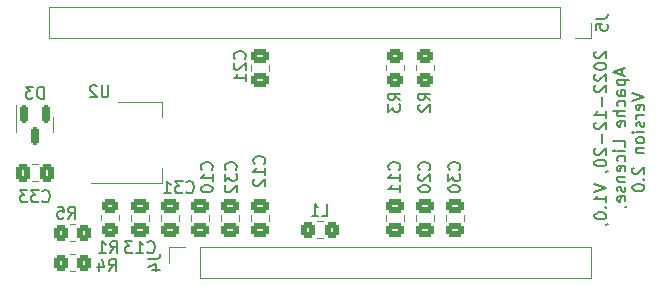
<source format=gbo>
G04 #@! TF.GenerationSoftware,KiCad,Pcbnew,(6.0.9)*
G04 #@! TF.CreationDate,2022-11-19T12:24:37+01:00*
G04 #@! TF.ProjectId,SAMD21 breakout,53414d44-3231-4206-9272-65616b6f7574,rev?*
G04 #@! TF.SameCoordinates,Original*
G04 #@! TF.FileFunction,Legend,Bot*
G04 #@! TF.FilePolarity,Positive*
%FSLAX46Y46*%
G04 Gerber Fmt 4.6, Leading zero omitted, Abs format (unit mm)*
G04 Created by KiCad (PCBNEW (6.0.9)) date 2022-11-19 12:24:37*
%MOMM*%
%LPD*%
G01*
G04 APERTURE LIST*
G04 Aperture macros list*
%AMRoundRect*
0 Rectangle with rounded corners*
0 $1 Rounding radius*
0 $2 $3 $4 $5 $6 $7 $8 $9 X,Y pos of 4 corners*
0 Add a 4 corners polygon primitive as box body*
4,1,4,$2,$3,$4,$5,$6,$7,$8,$9,$2,$3,0*
0 Add four circle primitives for the rounded corners*
1,1,$1+$1,$2,$3*
1,1,$1+$1,$4,$5*
1,1,$1+$1,$6,$7*
1,1,$1+$1,$8,$9*
0 Add four rect primitives between the rounded corners*
20,1,$1+$1,$2,$3,$4,$5,0*
20,1,$1+$1,$4,$5,$6,$7,0*
20,1,$1+$1,$6,$7,$8,$9,0*
20,1,$1+$1,$8,$9,$2,$3,0*%
G04 Aperture macros list end*
%ADD10C,0.150000*%
%ADD11C,0.120000*%
%ADD12R,2.000000X3.800000*%
%ADD13R,2.000000X1.500000*%
%ADD14R,1.700000X1.700000*%
%ADD15O,1.700000X1.700000*%
%ADD16C,1.000000*%
%ADD17C,2.200000*%
%ADD18O,1.550000X0.890000*%
%ADD19O,0.950000X1.250000*%
%ADD20RoundRect,0.250000X-0.475000X0.337500X-0.475000X-0.337500X0.475000X-0.337500X0.475000X0.337500X0*%
%ADD21RoundRect,0.150000X-0.150000X0.587500X-0.150000X-0.587500X0.150000X-0.587500X0.150000X0.587500X0*%
%ADD22RoundRect,0.250000X0.350000X0.450000X-0.350000X0.450000X-0.350000X-0.450000X0.350000X-0.450000X0*%
%ADD23RoundRect,0.250000X0.337500X0.475000X-0.337500X0.475000X-0.337500X-0.475000X0.337500X-0.475000X0*%
%ADD24RoundRect,0.250000X-0.325000X-0.450000X0.325000X-0.450000X0.325000X0.450000X-0.325000X0.450000X0*%
%ADD25RoundRect,0.250000X-0.450000X0.350000X-0.450000X-0.350000X0.450000X-0.350000X0.450000X0.350000X0*%
%ADD26RoundRect,0.250000X0.450000X-0.350000X0.450000X0.350000X-0.450000X0.350000X-0.450000X-0.350000X0*%
%ADD27RoundRect,0.250000X0.475000X-0.337500X0.475000X0.337500X-0.475000X0.337500X-0.475000X-0.337500X0*%
G04 APERTURE END LIST*
D10*
X34767619Y17874285D02*
X34720000Y17826666D01*
X34672380Y17731428D01*
X34672380Y17493333D01*
X34720000Y17398095D01*
X34767619Y17350476D01*
X34862857Y17302857D01*
X34958095Y17302857D01*
X35100952Y17350476D01*
X35672380Y17921904D01*
X35672380Y17302857D01*
X34672380Y16683809D02*
X34672380Y16588571D01*
X34720000Y16493333D01*
X34767619Y16445714D01*
X34862857Y16398095D01*
X35053333Y16350476D01*
X35291428Y16350476D01*
X35481904Y16398095D01*
X35577142Y16445714D01*
X35624761Y16493333D01*
X35672380Y16588571D01*
X35672380Y16683809D01*
X35624761Y16779047D01*
X35577142Y16826666D01*
X35481904Y16874285D01*
X35291428Y16921904D01*
X35053333Y16921904D01*
X34862857Y16874285D01*
X34767619Y16826666D01*
X34720000Y16779047D01*
X34672380Y16683809D01*
X34767619Y15969523D02*
X34720000Y15921904D01*
X34672380Y15826666D01*
X34672380Y15588571D01*
X34720000Y15493333D01*
X34767619Y15445714D01*
X34862857Y15398095D01*
X34958095Y15398095D01*
X35100952Y15445714D01*
X35672380Y16017142D01*
X35672380Y15398095D01*
X34767619Y15017142D02*
X34720000Y14969523D01*
X34672380Y14874285D01*
X34672380Y14636190D01*
X34720000Y14540952D01*
X34767619Y14493333D01*
X34862857Y14445714D01*
X34958095Y14445714D01*
X35100952Y14493333D01*
X35672380Y15064761D01*
X35672380Y14445714D01*
X35291428Y14017142D02*
X35291428Y13255238D01*
X35672380Y12255238D02*
X35672380Y12826666D01*
X35672380Y12540952D02*
X34672380Y12540952D01*
X34815238Y12636190D01*
X34910476Y12731428D01*
X34958095Y12826666D01*
X34767619Y11874285D02*
X34720000Y11826666D01*
X34672380Y11731428D01*
X34672380Y11493333D01*
X34720000Y11398095D01*
X34767619Y11350476D01*
X34862857Y11302857D01*
X34958095Y11302857D01*
X35100952Y11350476D01*
X35672380Y11921904D01*
X35672380Y11302857D01*
X35291428Y10874285D02*
X35291428Y10112380D01*
X34767619Y9683809D02*
X34720000Y9636190D01*
X34672380Y9540952D01*
X34672380Y9302857D01*
X34720000Y9207619D01*
X34767619Y9160000D01*
X34862857Y9112380D01*
X34958095Y9112380D01*
X35100952Y9160000D01*
X35672380Y9731428D01*
X35672380Y9112380D01*
X34672380Y8493333D02*
X34672380Y8398095D01*
X34720000Y8302857D01*
X34767619Y8255238D01*
X34862857Y8207619D01*
X35053333Y8160000D01*
X35291428Y8160000D01*
X35481904Y8207619D01*
X35577142Y8255238D01*
X35624761Y8302857D01*
X35672380Y8398095D01*
X35672380Y8493333D01*
X35624761Y8588571D01*
X35577142Y8636190D01*
X35481904Y8683809D01*
X35291428Y8731428D01*
X35053333Y8731428D01*
X34862857Y8683809D01*
X34767619Y8636190D01*
X34720000Y8588571D01*
X34672380Y8493333D01*
X35624761Y7683809D02*
X35672380Y7683809D01*
X35767619Y7731428D01*
X35815238Y7779047D01*
X34672380Y6636190D02*
X35672380Y6302857D01*
X34672380Y5969523D01*
X35672380Y5112380D02*
X35672380Y5683809D01*
X35672380Y5398095D02*
X34672380Y5398095D01*
X34815238Y5493333D01*
X34910476Y5588571D01*
X34958095Y5683809D01*
X35577142Y4683809D02*
X35624761Y4636190D01*
X35672380Y4683809D01*
X35624761Y4731428D01*
X35577142Y4683809D01*
X35672380Y4683809D01*
X34672380Y4017142D02*
X34672380Y3921904D01*
X34720000Y3826666D01*
X34767619Y3779047D01*
X34862857Y3731428D01*
X35053333Y3683809D01*
X35291428Y3683809D01*
X35481904Y3731428D01*
X35577142Y3779047D01*
X35624761Y3826666D01*
X35672380Y3921904D01*
X35672380Y4017142D01*
X35624761Y4112380D01*
X35577142Y4160000D01*
X35481904Y4207619D01*
X35291428Y4255238D01*
X35053333Y4255238D01*
X34862857Y4207619D01*
X34767619Y4160000D01*
X34720000Y4112380D01*
X34672380Y4017142D01*
X35624761Y3207619D02*
X35672380Y3207619D01*
X35767619Y3255238D01*
X35815238Y3302857D01*
X36996666Y16398095D02*
X36996666Y15921904D01*
X37282380Y16493333D02*
X36282380Y16160000D01*
X37282380Y15826666D01*
X36615714Y15493333D02*
X37615714Y15493333D01*
X36663333Y15493333D02*
X36615714Y15398095D01*
X36615714Y15207619D01*
X36663333Y15112380D01*
X36710952Y15064761D01*
X36806190Y15017142D01*
X37091904Y15017142D01*
X37187142Y15064761D01*
X37234761Y15112380D01*
X37282380Y15207619D01*
X37282380Y15398095D01*
X37234761Y15493333D01*
X37282380Y14160000D02*
X36758571Y14160000D01*
X36663333Y14207619D01*
X36615714Y14302857D01*
X36615714Y14493333D01*
X36663333Y14588571D01*
X37234761Y14160000D02*
X37282380Y14255238D01*
X37282380Y14493333D01*
X37234761Y14588571D01*
X37139523Y14636190D01*
X37044285Y14636190D01*
X36949047Y14588571D01*
X36901428Y14493333D01*
X36901428Y14255238D01*
X36853809Y14160000D01*
X37234761Y13255238D02*
X37282380Y13350476D01*
X37282380Y13540952D01*
X37234761Y13636190D01*
X37187142Y13683809D01*
X37091904Y13731428D01*
X36806190Y13731428D01*
X36710952Y13683809D01*
X36663333Y13636190D01*
X36615714Y13540952D01*
X36615714Y13350476D01*
X36663333Y13255238D01*
X37282380Y12826666D02*
X36282380Y12826666D01*
X37282380Y12398095D02*
X36758571Y12398095D01*
X36663333Y12445714D01*
X36615714Y12540952D01*
X36615714Y12683809D01*
X36663333Y12779047D01*
X36710952Y12826666D01*
X37234761Y11540952D02*
X37282380Y11636190D01*
X37282380Y11826666D01*
X37234761Y11921904D01*
X37139523Y11969523D01*
X36758571Y11969523D01*
X36663333Y11921904D01*
X36615714Y11826666D01*
X36615714Y11636190D01*
X36663333Y11540952D01*
X36758571Y11493333D01*
X36853809Y11493333D01*
X36949047Y11969523D01*
X37282380Y9826666D02*
X37282380Y10302857D01*
X36282380Y10302857D01*
X37282380Y9493333D02*
X36615714Y9493333D01*
X36282380Y9493333D02*
X36330000Y9540952D01*
X36377619Y9493333D01*
X36330000Y9445714D01*
X36282380Y9493333D01*
X36377619Y9493333D01*
X37234761Y8588571D02*
X37282380Y8683809D01*
X37282380Y8874285D01*
X37234761Y8969523D01*
X37187142Y9017142D01*
X37091904Y9064761D01*
X36806190Y9064761D01*
X36710952Y9017142D01*
X36663333Y8969523D01*
X36615714Y8874285D01*
X36615714Y8683809D01*
X36663333Y8588571D01*
X37234761Y7779047D02*
X37282380Y7874285D01*
X37282380Y8064761D01*
X37234761Y8160000D01*
X37139523Y8207619D01*
X36758571Y8207619D01*
X36663333Y8160000D01*
X36615714Y8064761D01*
X36615714Y7874285D01*
X36663333Y7779047D01*
X36758571Y7731428D01*
X36853809Y7731428D01*
X36949047Y8207619D01*
X36615714Y7302857D02*
X37282380Y7302857D01*
X36710952Y7302857D02*
X36663333Y7255238D01*
X36615714Y7160000D01*
X36615714Y7017142D01*
X36663333Y6921904D01*
X36758571Y6874285D01*
X37282380Y6874285D01*
X37234761Y6445714D02*
X37282380Y6350476D01*
X37282380Y6160000D01*
X37234761Y6064761D01*
X37139523Y6017142D01*
X37091904Y6017142D01*
X36996666Y6064761D01*
X36949047Y6160000D01*
X36949047Y6302857D01*
X36901428Y6398095D01*
X36806190Y6445714D01*
X36758571Y6445714D01*
X36663333Y6398095D01*
X36615714Y6302857D01*
X36615714Y6160000D01*
X36663333Y6064761D01*
X37234761Y5207619D02*
X37282380Y5302857D01*
X37282380Y5493333D01*
X37234761Y5588571D01*
X37139523Y5636190D01*
X36758571Y5636190D01*
X36663333Y5588571D01*
X36615714Y5493333D01*
X36615714Y5302857D01*
X36663333Y5207619D01*
X36758571Y5160000D01*
X36853809Y5160000D01*
X36949047Y5636190D01*
X37234761Y4683809D02*
X37282380Y4683809D01*
X37377619Y4731428D01*
X37425238Y4779047D01*
X37892380Y14350476D02*
X38892380Y14017142D01*
X37892380Y13683809D01*
X38844761Y12969523D02*
X38892380Y13064761D01*
X38892380Y13255238D01*
X38844761Y13350476D01*
X38749523Y13398095D01*
X38368571Y13398095D01*
X38273333Y13350476D01*
X38225714Y13255238D01*
X38225714Y13064761D01*
X38273333Y12969523D01*
X38368571Y12921904D01*
X38463809Y12921904D01*
X38559047Y13398095D01*
X38892380Y12493333D02*
X38225714Y12493333D01*
X38416190Y12493333D02*
X38320952Y12445714D01*
X38273333Y12398095D01*
X38225714Y12302857D01*
X38225714Y12207619D01*
X38844761Y11921904D02*
X38892380Y11826666D01*
X38892380Y11636190D01*
X38844761Y11540952D01*
X38749523Y11493333D01*
X38701904Y11493333D01*
X38606666Y11540952D01*
X38559047Y11636190D01*
X38559047Y11779047D01*
X38511428Y11874285D01*
X38416190Y11921904D01*
X38368571Y11921904D01*
X38273333Y11874285D01*
X38225714Y11779047D01*
X38225714Y11636190D01*
X38273333Y11540952D01*
X38892380Y11064761D02*
X38225714Y11064761D01*
X37892380Y11064761D02*
X37940000Y11112380D01*
X37987619Y11064761D01*
X37940000Y11017142D01*
X37892380Y11064761D01*
X37987619Y11064761D01*
X38892380Y10445714D02*
X38844761Y10540952D01*
X38797142Y10588571D01*
X38701904Y10636190D01*
X38416190Y10636190D01*
X38320952Y10588571D01*
X38273333Y10540952D01*
X38225714Y10445714D01*
X38225714Y10302857D01*
X38273333Y10207619D01*
X38320952Y10160000D01*
X38416190Y10112380D01*
X38701904Y10112380D01*
X38797142Y10160000D01*
X38844761Y10207619D01*
X38892380Y10302857D01*
X38892380Y10445714D01*
X38225714Y9683809D02*
X38892380Y9683809D01*
X38320952Y9683809D02*
X38273333Y9636190D01*
X38225714Y9540952D01*
X38225714Y9398095D01*
X38273333Y9302857D01*
X38368571Y9255238D01*
X38892380Y9255238D01*
X37987619Y8064761D02*
X37940000Y8017142D01*
X37892380Y7921904D01*
X37892380Y7683809D01*
X37940000Y7588571D01*
X37987619Y7540952D01*
X38082857Y7493333D01*
X38178095Y7493333D01*
X38320952Y7540952D01*
X38892380Y8112380D01*
X38892380Y7493333D01*
X38797142Y7064761D02*
X38844761Y7017142D01*
X38892380Y7064761D01*
X38844761Y7112380D01*
X38797142Y7064761D01*
X38892380Y7064761D01*
X37892380Y6398095D02*
X37892380Y6302857D01*
X37940000Y6207619D01*
X37987619Y6160000D01*
X38082857Y6112380D01*
X38273333Y6064761D01*
X38511428Y6064761D01*
X38701904Y6112380D01*
X38797142Y6160000D01*
X38844761Y6207619D01*
X38892380Y6302857D01*
X38892380Y6398095D01*
X38844761Y6493333D01*
X38797142Y6540952D01*
X38701904Y6588571D01*
X38511428Y6636190D01*
X38273333Y6636190D01*
X38082857Y6588571D01*
X37987619Y6540952D01*
X37940000Y6493333D01*
X37892380Y6398095D01*
X-6477095Y15025619D02*
X-6477095Y14216095D01*
X-6524714Y14120857D01*
X-6572333Y14073238D01*
X-6667571Y14025619D01*
X-6858047Y14025619D01*
X-6953285Y14073238D01*
X-7000904Y14120857D01*
X-7048523Y14216095D01*
X-7048523Y15025619D01*
X-7477095Y14930380D02*
X-7524714Y14978000D01*
X-7619952Y15025619D01*
X-7858047Y15025619D01*
X-7953285Y14978000D01*
X-8000904Y14930380D01*
X-8048523Y14835142D01*
X-8048523Y14739904D01*
X-8000904Y14597047D01*
X-7429476Y14025619D01*
X-8048523Y14025619D01*
X23217142Y7881857D02*
X23264761Y7929476D01*
X23312380Y8072333D01*
X23312380Y8167571D01*
X23264761Y8310428D01*
X23169523Y8405666D01*
X23074285Y8453285D01*
X22883809Y8500904D01*
X22740952Y8500904D01*
X22550476Y8453285D01*
X22455238Y8405666D01*
X22360000Y8310428D01*
X22312380Y8167571D01*
X22312380Y8072333D01*
X22360000Y7929476D01*
X22407619Y7881857D01*
X22312380Y7548523D02*
X22312380Y6929476D01*
X22693333Y7262809D01*
X22693333Y7119952D01*
X22740952Y7024714D01*
X22788571Y6977095D01*
X22883809Y6929476D01*
X23121904Y6929476D01*
X23217142Y6977095D01*
X23264761Y7024714D01*
X23312380Y7119952D01*
X23312380Y7405666D01*
X23264761Y7500904D01*
X23217142Y7548523D01*
X22312380Y6310428D02*
X22312380Y6215190D01*
X22360000Y6119952D01*
X22407619Y6072333D01*
X22502857Y6024714D01*
X22693333Y5977095D01*
X22931428Y5977095D01*
X23121904Y6024714D01*
X23217142Y6072333D01*
X23264761Y6119952D01*
X23312380Y6215190D01*
X23312380Y6310428D01*
X23264761Y6405666D01*
X23217142Y6453285D01*
X23121904Y6500904D01*
X22931428Y6548523D01*
X22693333Y6548523D01*
X22502857Y6500904D01*
X22407619Y6453285D01*
X22360000Y6405666D01*
X22312380Y6310428D01*
X-11961904Y13898619D02*
X-11961904Y14898619D01*
X-12200000Y14898619D01*
X-12342857Y14851000D01*
X-12438095Y14755761D01*
X-12485714Y14660523D01*
X-12533333Y14470047D01*
X-12533333Y14327190D01*
X-12485714Y14136714D01*
X-12438095Y14041476D01*
X-12342857Y13946238D01*
X-12200000Y13898619D01*
X-11961904Y13898619D01*
X-12866666Y14898619D02*
X-13485714Y14898619D01*
X-13152380Y14517666D01*
X-13295238Y14517666D01*
X-13390476Y14470047D01*
X-13438095Y14422428D01*
X-13485714Y14327190D01*
X-13485714Y14089095D01*
X-13438095Y13993857D01*
X-13390476Y13946238D01*
X-13295238Y13898619D01*
X-13009523Y13898619D01*
X-12914285Y13946238D01*
X-12866666Y13993857D01*
X4294142Y7881857D02*
X4341761Y7929476D01*
X4389380Y8072333D01*
X4389380Y8167571D01*
X4341761Y8310428D01*
X4246523Y8405666D01*
X4151285Y8453285D01*
X3960809Y8500904D01*
X3817952Y8500904D01*
X3627476Y8453285D01*
X3532238Y8405666D01*
X3437000Y8310428D01*
X3389380Y8167571D01*
X3389380Y8072333D01*
X3437000Y7929476D01*
X3484619Y7881857D01*
X3389380Y7548523D02*
X3389380Y6929476D01*
X3770333Y7262809D01*
X3770333Y7119952D01*
X3817952Y7024714D01*
X3865571Y6977095D01*
X3960809Y6929476D01*
X4198904Y6929476D01*
X4294142Y6977095D01*
X4341761Y7024714D01*
X4389380Y7119952D01*
X4389380Y7405666D01*
X4341761Y7500904D01*
X4294142Y7548523D01*
X3484619Y6548523D02*
X3437000Y6500904D01*
X3389380Y6405666D01*
X3389380Y6167571D01*
X3437000Y6072333D01*
X3484619Y6024714D01*
X3579857Y5977095D01*
X3675095Y5977095D01*
X3817952Y6024714D01*
X4389380Y6596142D01*
X4389380Y5977095D01*
X18137142Y7881857D02*
X18184761Y7929476D01*
X18232380Y8072333D01*
X18232380Y8167571D01*
X18184761Y8310428D01*
X18089523Y8405666D01*
X17994285Y8453285D01*
X17803809Y8500904D01*
X17660952Y8500904D01*
X17470476Y8453285D01*
X17375238Y8405666D01*
X17280000Y8310428D01*
X17232380Y8167571D01*
X17232380Y8072333D01*
X17280000Y7929476D01*
X17327619Y7881857D01*
X18232380Y6929476D02*
X18232380Y7500904D01*
X18232380Y7215190D02*
X17232380Y7215190D01*
X17375238Y7310428D01*
X17470476Y7405666D01*
X17518095Y7500904D01*
X18232380Y5977095D02*
X18232380Y6548523D01*
X18232380Y6262809D02*
X17232380Y6262809D01*
X17375238Y6358047D01*
X17470476Y6453285D01*
X17518095Y6548523D01*
X6707142Y8389857D02*
X6754761Y8437476D01*
X6802380Y8580333D01*
X6802380Y8675571D01*
X6754761Y8818428D01*
X6659523Y8913666D01*
X6564285Y8961285D01*
X6373809Y9008904D01*
X6230952Y9008904D01*
X6040476Y8961285D01*
X5945238Y8913666D01*
X5850000Y8818428D01*
X5802380Y8675571D01*
X5802380Y8580333D01*
X5850000Y8437476D01*
X5897619Y8389857D01*
X6802380Y7437476D02*
X6802380Y8008904D01*
X6802380Y7723190D02*
X5802380Y7723190D01*
X5945238Y7818428D01*
X6040476Y7913666D01*
X6088095Y8008904D01*
X5897619Y7056523D02*
X5850000Y7008904D01*
X5802380Y6913666D01*
X5802380Y6675571D01*
X5850000Y6580333D01*
X5897619Y6532714D01*
X5992857Y6485095D01*
X6088095Y6485095D01*
X6230952Y6532714D01*
X6802380Y7104142D01*
X6802380Y6485095D01*
X20677142Y7881857D02*
X20724761Y7929476D01*
X20772380Y8072333D01*
X20772380Y8167571D01*
X20724761Y8310428D01*
X20629523Y8405666D01*
X20534285Y8453285D01*
X20343809Y8500904D01*
X20200952Y8500904D01*
X20010476Y8453285D01*
X19915238Y8405666D01*
X19820000Y8310428D01*
X19772380Y8167571D01*
X19772380Y8072333D01*
X19820000Y7929476D01*
X19867619Y7881857D01*
X19867619Y7500904D02*
X19820000Y7453285D01*
X19772380Y7358047D01*
X19772380Y7119952D01*
X19820000Y7024714D01*
X19867619Y6977095D01*
X19962857Y6929476D01*
X20058095Y6929476D01*
X20200952Y6977095D01*
X20772380Y7548523D01*
X20772380Y6929476D01*
X19772380Y6310428D02*
X19772380Y6215190D01*
X19820000Y6119952D01*
X19867619Y6072333D01*
X19962857Y6024714D01*
X20153333Y5977095D01*
X20391428Y5977095D01*
X20581904Y6024714D01*
X20677142Y6072333D01*
X20724761Y6119952D01*
X20772380Y6215190D01*
X20772380Y6310428D01*
X20724761Y6405666D01*
X20677142Y6453285D01*
X20581904Y6500904D01*
X20391428Y6548523D01*
X20153333Y6548523D01*
X19962857Y6500904D01*
X19867619Y6453285D01*
X19820000Y6405666D01*
X19772380Y6310428D01*
X-9866333Y3738619D02*
X-9533000Y4214809D01*
X-9294904Y3738619D02*
X-9294904Y4738619D01*
X-9675857Y4738619D01*
X-9771095Y4691000D01*
X-9818714Y4643380D01*
X-9866333Y4548142D01*
X-9866333Y4405285D01*
X-9818714Y4310047D01*
X-9771095Y4262428D01*
X-9675857Y4214809D01*
X-9294904Y4214809D01*
X-10771095Y4738619D02*
X-10294904Y4738619D01*
X-10247285Y4262428D01*
X-10294904Y4310047D01*
X-10390142Y4357666D01*
X-10628238Y4357666D01*
X-10723476Y4310047D01*
X-10771095Y4262428D01*
X-10818714Y4167190D01*
X-10818714Y3929095D01*
X-10771095Y3833857D01*
X-10723476Y3786238D01*
X-10628238Y3738619D01*
X-10390142Y3738619D01*
X-10294904Y3786238D01*
X-10247285Y3833857D01*
X2262142Y7881857D02*
X2309761Y7929476D01*
X2357380Y8072333D01*
X2357380Y8167571D01*
X2309761Y8310428D01*
X2214523Y8405666D01*
X2119285Y8453285D01*
X1928809Y8500904D01*
X1785952Y8500904D01*
X1595476Y8453285D01*
X1500238Y8405666D01*
X1405000Y8310428D01*
X1357380Y8167571D01*
X1357380Y8072333D01*
X1405000Y7929476D01*
X1452619Y7881857D01*
X2357380Y6929476D02*
X2357380Y7500904D01*
X2357380Y7215190D02*
X1357380Y7215190D01*
X1500238Y7310428D01*
X1595476Y7405666D01*
X1643095Y7500904D01*
X1357380Y6310428D02*
X1357380Y6215190D01*
X1405000Y6119952D01*
X1452619Y6072333D01*
X1547857Y6024714D01*
X1738333Y5977095D01*
X1976428Y5977095D01*
X2166904Y6024714D01*
X2262142Y6072333D01*
X2309761Y6119952D01*
X2357380Y6215190D01*
X2357380Y6310428D01*
X2309761Y6405666D01*
X2262142Y6453285D01*
X2166904Y6500904D01*
X1976428Y6548523D01*
X1738333Y6548523D01*
X1547857Y6500904D01*
X1452619Y6453285D01*
X1405000Y6405666D01*
X1357380Y6310428D01*
X-12057142Y5230857D02*
X-12009523Y5183238D01*
X-11866666Y5135619D01*
X-11771428Y5135619D01*
X-11628571Y5183238D01*
X-11533333Y5278476D01*
X-11485714Y5373714D01*
X-11438095Y5564190D01*
X-11438095Y5707047D01*
X-11485714Y5897523D01*
X-11533333Y5992761D01*
X-11628571Y6088000D01*
X-11771428Y6135619D01*
X-11866666Y6135619D01*
X-12009523Y6088000D01*
X-12057142Y6040380D01*
X-12390476Y6135619D02*
X-13009523Y6135619D01*
X-12676190Y5754666D01*
X-12819047Y5754666D01*
X-12914285Y5707047D01*
X-12961904Y5659428D01*
X-13009523Y5564190D01*
X-13009523Y5326095D01*
X-12961904Y5230857D01*
X-12914285Y5183238D01*
X-12819047Y5135619D01*
X-12533333Y5135619D01*
X-12438095Y5183238D01*
X-12390476Y5230857D01*
X-13342857Y6135619D02*
X-13961904Y6135619D01*
X-13628571Y5754666D01*
X-13771428Y5754666D01*
X-13866666Y5707047D01*
X-13914285Y5659428D01*
X-13961904Y5564190D01*
X-13961904Y5326095D01*
X-13914285Y5230857D01*
X-13866666Y5183238D01*
X-13771428Y5135619D01*
X-13485714Y5135619D01*
X-13390476Y5183238D01*
X-13342857Y5230857D01*
X34802380Y20653333D02*
X35516666Y20653333D01*
X35659523Y20700952D01*
X35754761Y20796190D01*
X35802380Y20939047D01*
X35802380Y21034285D01*
X34802380Y19700952D02*
X34802380Y20177142D01*
X35278571Y20224761D01*
X35230952Y20177142D01*
X35183333Y20081904D01*
X35183333Y19843809D01*
X35230952Y19748571D01*
X35278571Y19700952D01*
X35373809Y19653333D01*
X35611904Y19653333D01*
X35707142Y19700952D01*
X35754761Y19748571D01*
X35802380Y19843809D01*
X35802380Y20081904D01*
X35754761Y20177142D01*
X35707142Y20224761D01*
X134857Y5992857D02*
X182476Y5945238D01*
X325333Y5897619D01*
X420571Y5897619D01*
X563428Y5945238D01*
X658666Y6040476D01*
X706285Y6135714D01*
X753904Y6326190D01*
X753904Y6469047D01*
X706285Y6659523D01*
X658666Y6754761D01*
X563428Y6850000D01*
X420571Y6897619D01*
X325333Y6897619D01*
X182476Y6850000D01*
X134857Y6802380D01*
X-198476Y6897619D02*
X-817523Y6897619D01*
X-484190Y6516666D01*
X-627047Y6516666D01*
X-722285Y6469047D01*
X-769904Y6421428D01*
X-817523Y6326190D01*
X-817523Y6088095D01*
X-769904Y5992857D01*
X-722285Y5945238D01*
X-627047Y5897619D01*
X-341333Y5897619D01*
X-246095Y5945238D01*
X-198476Y5992857D01*
X-1769904Y5897619D02*
X-1198476Y5897619D01*
X-1484190Y5897619D02*
X-1484190Y6897619D01*
X-1388952Y6754761D01*
X-1293714Y6659523D01*
X-1198476Y6611904D01*
X11596666Y3992619D02*
X12072857Y3992619D01*
X12072857Y4992619D01*
X10739523Y3992619D02*
X11310952Y3992619D01*
X11025238Y3992619D02*
X11025238Y4992619D01*
X11120476Y4849761D01*
X11215714Y4754523D01*
X11310952Y4706904D01*
X20772380Y13755666D02*
X20296190Y14089000D01*
X20772380Y14327095D02*
X19772380Y14327095D01*
X19772380Y13946142D01*
X19820000Y13850904D01*
X19867619Y13803285D01*
X19962857Y13755666D01*
X20105714Y13755666D01*
X20200952Y13803285D01*
X20248571Y13850904D01*
X20296190Y13946142D01*
X20296190Y14327095D01*
X19867619Y13374714D02*
X19820000Y13327095D01*
X19772380Y13231857D01*
X19772380Y12993761D01*
X19820000Y12898523D01*
X19867619Y12850904D01*
X19962857Y12803285D01*
X20058095Y12803285D01*
X20200952Y12850904D01*
X20772380Y13422333D01*
X20772380Y12803285D01*
X18232380Y13755666D02*
X17756190Y14089000D01*
X18232380Y14327095D02*
X17232380Y14327095D01*
X17232380Y13946142D01*
X17280000Y13850904D01*
X17327619Y13803285D01*
X17422857Y13755666D01*
X17565714Y13755666D01*
X17660952Y13803285D01*
X17708571Y13850904D01*
X17756190Y13946142D01*
X17756190Y14327095D01*
X17232380Y13422333D02*
X17232380Y12803285D01*
X17613333Y13136619D01*
X17613333Y12993761D01*
X17660952Y12898523D01*
X17708571Y12850904D01*
X17803809Y12803285D01*
X18041904Y12803285D01*
X18137142Y12850904D01*
X18184761Y12898523D01*
X18232380Y12993761D01*
X18232380Y13279476D01*
X18184761Y13374714D01*
X18137142Y13422333D01*
X-6310333Y817619D02*
X-5977000Y1293809D01*
X-5738904Y817619D02*
X-5738904Y1817619D01*
X-6119857Y1817619D01*
X-6215095Y1770000D01*
X-6262714Y1722380D01*
X-6310333Y1627142D01*
X-6310333Y1484285D01*
X-6262714Y1389047D01*
X-6215095Y1341428D01*
X-6119857Y1293809D01*
X-5738904Y1293809D01*
X-7262714Y817619D02*
X-6691285Y817619D01*
X-6976999Y817619D02*
X-6976999Y1817619D01*
X-6881761Y1674761D01*
X-6786523Y1579523D01*
X-6691285Y1531904D01*
X-3087619Y333333D02*
X-2373333Y333333D01*
X-2230476Y380952D01*
X-2135238Y476190D01*
X-2087619Y619047D01*
X-2087619Y714285D01*
X-2754285Y-571428D02*
X-2087619Y-571428D01*
X-3135238Y-333333D02*
X-2420952Y-95238D01*
X-2420952Y-714285D01*
X-6437333Y-706380D02*
X-6104000Y-230190D01*
X-5865904Y-706380D02*
X-5865904Y293619D01*
X-6246857Y293619D01*
X-6342095Y246000D01*
X-6389714Y198380D01*
X-6437333Y103142D01*
X-6437333Y-39714D01*
X-6389714Y-134952D01*
X-6342095Y-182571D01*
X-6246857Y-230190D01*
X-5865904Y-230190D01*
X-7294476Y-39714D02*
X-7294476Y-706380D01*
X-7056380Y341238D02*
X-6818285Y-373047D01*
X-7437333Y-373047D01*
X-3167142Y912857D02*
X-3119523Y865238D01*
X-2976666Y817619D01*
X-2881428Y817619D01*
X-2738571Y865238D01*
X-2643333Y960476D01*
X-2595714Y1055714D01*
X-2548095Y1246190D01*
X-2548095Y1389047D01*
X-2595714Y1579523D01*
X-2643333Y1674761D01*
X-2738571Y1770000D01*
X-2881428Y1817619D01*
X-2976666Y1817619D01*
X-3119523Y1770000D01*
X-3167142Y1722380D01*
X-4119523Y817619D02*
X-3548095Y817619D01*
X-3833809Y817619D02*
X-3833809Y1817619D01*
X-3738571Y1674761D01*
X-3643333Y1579523D01*
X-3548095Y1531904D01*
X-4452857Y1817619D02*
X-5071904Y1817619D01*
X-4738571Y1436666D01*
X-4881428Y1436666D01*
X-4976666Y1389047D01*
X-5024285Y1341428D01*
X-5071904Y1246190D01*
X-5071904Y1008095D01*
X-5024285Y912857D01*
X-4976666Y865238D01*
X-4881428Y817619D01*
X-4595714Y817619D01*
X-4500476Y865238D01*
X-4452857Y912857D01*
X5056142Y17279857D02*
X5103761Y17327476D01*
X5151380Y17470333D01*
X5151380Y17565571D01*
X5103761Y17708428D01*
X5008523Y17803666D01*
X4913285Y17851285D01*
X4722809Y17898904D01*
X4579952Y17898904D01*
X4389476Y17851285D01*
X4294238Y17803666D01*
X4199000Y17708428D01*
X4151380Y17565571D01*
X4151380Y17470333D01*
X4199000Y17327476D01*
X4246619Y17279857D01*
X4246619Y16898904D02*
X4199000Y16851285D01*
X4151380Y16756047D01*
X4151380Y16517952D01*
X4199000Y16422714D01*
X4246619Y16375095D01*
X4341857Y16327476D01*
X4437095Y16327476D01*
X4579952Y16375095D01*
X5151380Y16946523D01*
X5151380Y16327476D01*
X5151380Y15375095D02*
X5151380Y15946523D01*
X5151380Y15660809D02*
X4151380Y15660809D01*
X4294238Y15756047D01*
X4389476Y15851285D01*
X4437095Y15946523D01*
D11*
X-7910000Y6750000D02*
X-1900000Y6750000D01*
X-5660000Y13570000D02*
X-1900000Y13570000D01*
X-1900000Y13570000D02*
X-1900000Y12310000D01*
X-1900000Y6750000D02*
X-1900000Y8010000D01*
X23595000Y4071252D02*
X23595000Y3548748D01*
X22125000Y4071252D02*
X22125000Y3548748D01*
X-11140000Y11684000D02*
X-11140000Y11034000D01*
X-11140000Y11684000D02*
X-11140000Y12334000D01*
X-14260000Y11684000D02*
X-14260000Y13359000D01*
X-14260000Y11684000D02*
X-14260000Y11034000D01*
X3075000Y4071252D02*
X3075000Y3548748D01*
X4545000Y4071252D02*
X4545000Y3548748D01*
X18515000Y4071252D02*
X18515000Y3548748D01*
X17045000Y4071252D02*
X17045000Y3548748D01*
X5615000Y4071252D02*
X5615000Y3548748D01*
X7085000Y4071252D02*
X7085000Y3548748D01*
X19585000Y4071252D02*
X19585000Y3548748D01*
X21055000Y4071252D02*
X21055000Y3548748D01*
X-9297936Y3275000D02*
X-9752064Y3275000D01*
X-9297936Y1805000D02*
X-9752064Y1805000D01*
X535000Y4071252D02*
X535000Y3548748D01*
X2005000Y4071252D02*
X2005000Y3548748D01*
X-12438748Y8355000D02*
X-12961252Y8355000D01*
X-12438748Y6885000D02*
X-12961252Y6885000D01*
X-11490000Y18990000D02*
X-11490000Y21650000D01*
X31750000Y18990000D02*
X31750000Y21650000D01*
X33020000Y18990000D02*
X34350000Y18990000D01*
X31750000Y21650000D02*
X-11490000Y21650000D01*
X31750000Y18990000D02*
X-11490000Y18990000D01*
X34350000Y18990000D02*
X34350000Y20320000D01*
X-2005000Y4071252D02*
X-2005000Y3548748D01*
X-535000Y4071252D02*
X-535000Y3548748D01*
X11168748Y3504000D02*
X11691252Y3504000D01*
X11168748Y2084000D02*
X11691252Y2084000D01*
X21055000Y16737064D02*
X21055000Y16282936D01*
X19585000Y16737064D02*
X19585000Y16282936D01*
X18515000Y16737064D02*
X18515000Y16282936D01*
X17045000Y16737064D02*
X17045000Y16282936D01*
X-5615000Y3582936D02*
X-5615000Y4037064D01*
X-7085000Y3582936D02*
X-7085000Y4037064D01*
X1270000Y1330000D02*
X1270000Y-1330000D01*
X0Y1330000D02*
X-1330000Y1330000D01*
X-1330000Y1330000D02*
X-1330000Y0D01*
X34350000Y1330000D02*
X34350000Y-1330000D01*
X1270000Y1330000D02*
X34350000Y1330000D01*
X1270000Y-1330000D02*
X34350000Y-1330000D01*
X-9297936Y735000D02*
X-9752064Y735000D01*
X-9297936Y-735000D02*
X-9752064Y-735000D01*
X-4545000Y4071252D02*
X-4545000Y3548748D01*
X-3075000Y4071252D02*
X-3075000Y3548748D01*
X7085000Y16248748D02*
X7085000Y16771252D01*
X5615000Y16248748D02*
X5615000Y16771252D01*
%LPC*%
D12*
X-660000Y10160000D03*
D13*
X-6960000Y7860000D03*
X-6960000Y10160000D03*
X-6960000Y12460000D03*
D14*
X30480000Y15240000D03*
D15*
X33020000Y15240000D03*
X30480000Y12700000D03*
X33020000Y12700000D03*
X30480000Y10160000D03*
X33020000Y10160000D03*
X30480000Y7620000D03*
X33020000Y7620000D03*
X30480000Y5080000D03*
X33020000Y5080000D03*
D16*
X2980000Y11110000D03*
X2980000Y9210000D03*
D17*
X-19884800Y-90000D03*
X37115200Y20410000D03*
X37115200Y-90000D03*
D18*
X-20731800Y13660000D03*
X-20731800Y6660000D03*
D19*
X-18031800Y7660000D03*
X-18031800Y12660000D03*
D17*
X-19884800Y20410000D03*
D20*
X22860000Y4847500D03*
X22860000Y2772500D03*
D21*
X-13650000Y12621500D03*
X-11750000Y12621500D03*
X-12700000Y10746500D03*
D20*
X3810000Y4847500D03*
X3810000Y2772500D03*
X17780000Y4847500D03*
X17780000Y2772500D03*
X6350000Y4847500D03*
X6350000Y2772500D03*
X20320000Y4847500D03*
X20320000Y2772500D03*
D22*
X-8525000Y2540000D03*
X-10525000Y2540000D03*
D20*
X1270000Y4847500D03*
X1270000Y2772500D03*
D23*
X-11662500Y7620000D03*
X-13737500Y7620000D03*
D14*
X33020000Y20320000D03*
D15*
X30480000Y20320000D03*
X27940000Y20320000D03*
X25400000Y20320000D03*
X22860000Y20320000D03*
X20320000Y20320000D03*
X17780000Y20320000D03*
X15240000Y20320000D03*
X12700000Y20320000D03*
X10160000Y20320000D03*
X7620000Y20320000D03*
X5080000Y20320000D03*
X2540000Y20320000D03*
X0Y20320000D03*
X-2540000Y20320000D03*
X-5080000Y20320000D03*
X-7620000Y20320000D03*
X-10160000Y20320000D03*
D20*
X-1270000Y4847500D03*
X-1270000Y2772500D03*
D24*
X10405000Y2794000D03*
X12455000Y2794000D03*
D25*
X20320000Y17510000D03*
X20320000Y15510000D03*
X17780000Y17510000D03*
X17780000Y15510000D03*
D26*
X-6350000Y2810000D03*
X-6350000Y4810000D03*
D14*
X0Y0D03*
D15*
X2540000Y0D03*
X5080000Y0D03*
X7620000Y0D03*
X10160000Y0D03*
X12700000Y0D03*
X15240000Y0D03*
X17780000Y0D03*
X20320000Y0D03*
X22860000Y0D03*
X25400000Y0D03*
X27940000Y0D03*
X30480000Y0D03*
X33020000Y0D03*
D22*
X-8525000Y0D03*
X-10525000Y0D03*
D20*
X-3810000Y4847500D03*
X-3810000Y2772500D03*
D27*
X6350000Y15472500D03*
X6350000Y17547500D03*
M02*

</source>
